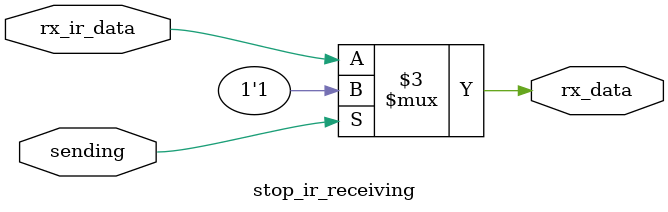
<source format=v>
module stop_ir_receiving(rx_ir_data,sending,rx_data);
input rx_ir_data,sending;
output reg rx_data;

always @(rx_ir_data,sending)
begin
	if(sending)
		rx_data = 1'b1;
	else
		rx_data = rx_ir_data;
end

endmodule


</source>
